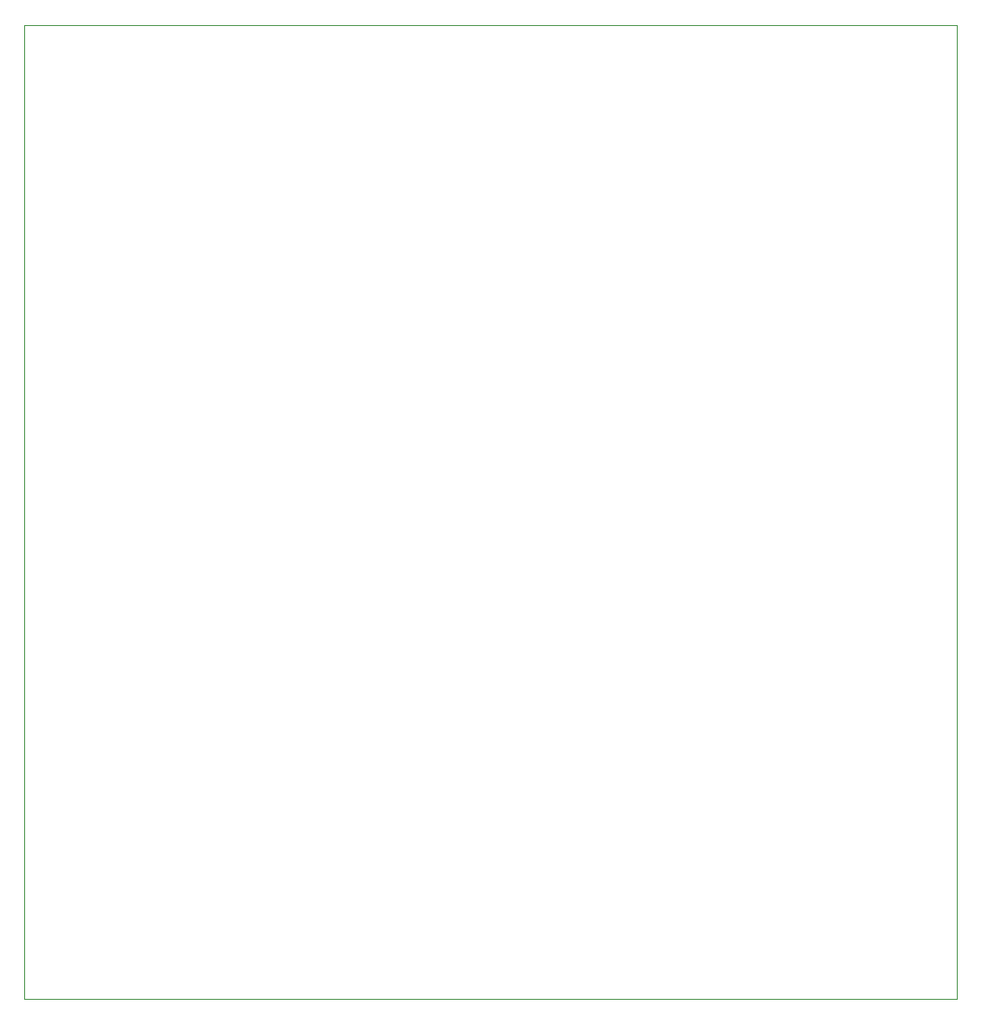
<source format=gbr>
%TF.GenerationSoftware,KiCad,Pcbnew,(6.0.0)*%
%TF.CreationDate,2022-02-27T22:59:39+01:00*%
%TF.ProjectId,board,626f6172-642e-46b6-9963-61645f706362,rev?*%
%TF.SameCoordinates,Original*%
%TF.FileFunction,Profile,NP*%
%FSLAX46Y46*%
G04 Gerber Fmt 4.6, Leading zero omitted, Abs format (unit mm)*
G04 Created by KiCad (PCBNEW (6.0.0)) date 2022-02-27 22:59:39*
%MOMM*%
%LPD*%
G01*
G04 APERTURE LIST*
%TA.AperFunction,Profile*%
%ADD10C,0.100000*%
%TD*%
G04 APERTURE END LIST*
D10*
X234200000Y-117200000D02*
X234200000Y-25200000D01*
X156200000Y-25200000D02*
X146000000Y-25200000D01*
X146000000Y-25200000D02*
X146000000Y-117200000D01*
X234200000Y-25200000D02*
X156200000Y-25200000D01*
X146000000Y-117200000D02*
X234200000Y-117200000D01*
M02*

</source>
